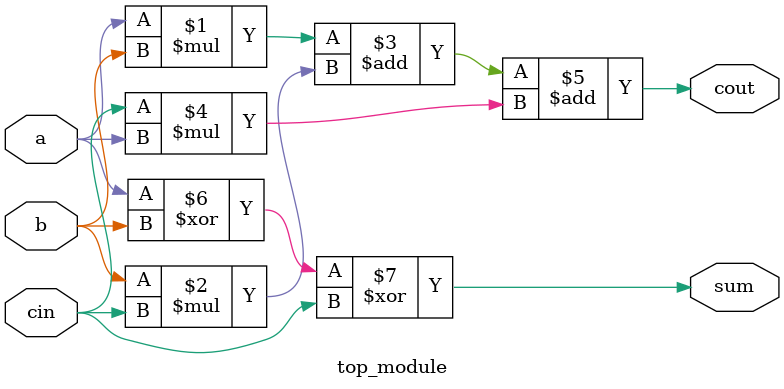
<source format=v>
module top_module( 
    input a, b, cin,
    output cout, sum );
	
    assign cout = (a*b)+(b*cin)+(cin*a);
    assign sum = a^b^cin;
    
endmodule

</source>
